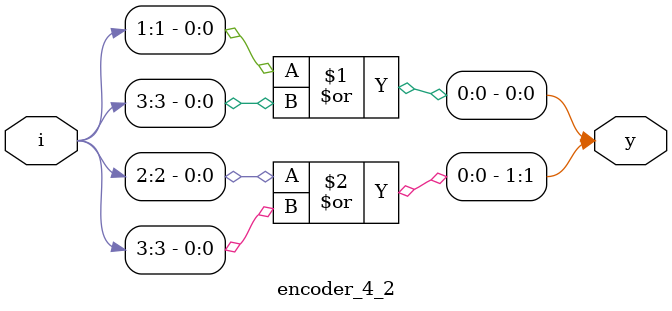
<source format=v>
`timescale 1ns / 1ps
module encoder_4_2(
    input [3:0] i,
    output [1:0] y
    );
	 
	 assign y[0]=i[1] | i[3];
	 assign y[1]=i[2] | i[3];


endmodule

</source>
